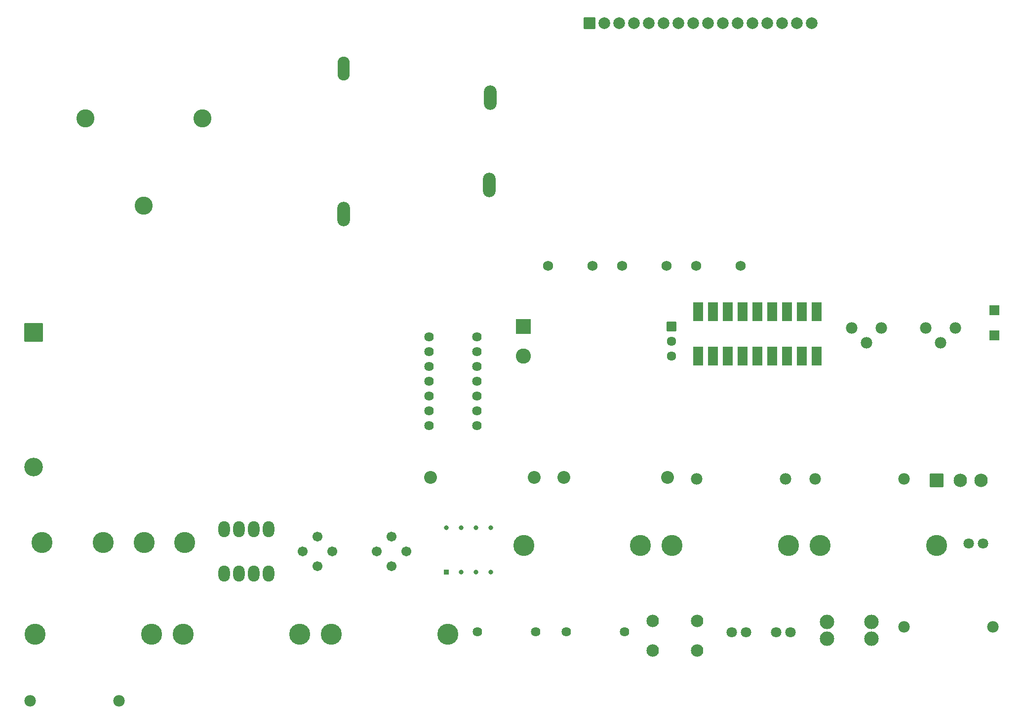
<source format=gbs>
G04 Layer: BottomSolderMaskLayer*
G04 EasyEDA v6.5.37, 2023-12-04 20:02:08*
G04 2e98f3c38e0144009ebeba7f84222000,10*
G04 Gerber Generator version 0.2*
G04 Scale: 100 percent, Rotated: No, Reflected: No *
G04 Dimensions in millimeters *
G04 leading zeros omitted , absolute positions ,4 integer and 5 decimal *
%FSLAX45Y45*%
%MOMM*%

%AMMACRO1*1,1,$1,$2,$3*1,1,$1,$4,$5*1,1,$1,0-$2,0-$3*1,1,$1,0-$4,0-$5*20,1,$1,$2,$3,$4,$5,0*20,1,$1,$4,$5,0-$2,0-$3,0*20,1,$1,0-$2,0-$3,0-$4,0-$5,0*20,1,$1,0-$4,0-$5,$2,$3,0*4,1,4,$2,$3,$4,$5,0-$2,0-$3,0-$4,0-$5,$2,$3,0*%
%ADD10MACRO1,0.2032X-1.5X1.5X1.5X1.5*%
%ADD11C,3.2032*%
%ADD12C,1.6256*%
%ADD13C,1.8032*%
%ADD14C,2.4892*%
%ADD15C,3.6016*%
%ADD16C,1.7272*%
%ADD17C,2.2032*%
%ADD18C,3.1016*%
%ADD19C,2.0032*%
%ADD20MACRO1,0.2032X0.9X-0.9X-0.9X-0.9*%
%ADD21C,1.9812*%
%ADD22C,1.9812*%
%ADD23C,2.1336*%
%ADD24O,2.2031959999999997X4.203192*%
%ADD25O,2.101596X4.101592*%
%ADD26C,1.7016*%
%ADD27MACRO1,0.2032X-0.762X-1.524X-0.762X1.524*%
%ADD28MACRO1,0.1016X-1.1001X1.1001X1.1001X1.1001*%
%ADD29C,2.3016*%
%ADD30R,0.8382X0.8382*%
%ADD31C,0.8382*%
%ADD32MACRO1,0.1016X-0.754X0.754X0.754X0.754*%
%ADD33C,1.6096*%
%ADD34MACRO1,0.1016X-1.2499X1.2499X1.2499X1.2499*%
%ADD35C,2.6015*%
%ADD36O,1.9812X2.7432000000000003*%
%ADD37MACRO1,0.2032X-0.762X0.762X0.762X0.762*%

%LPD*%
D10*
G01*
X5481459Y1587500D03*
D11*
G01*
X5481459Y-723900D03*
D12*
G01*
X13091312Y-3548100D03*
G01*
X14091310Y-3548100D03*
G01*
X14615312Y-3548100D03*
G01*
X15615310Y-3548100D03*
D13*
G01*
X21763222Y-2032000D03*
G01*
X21513286Y-2032000D03*
G01*
X17699222Y-3556000D03*
G01*
X17449286Y-3556000D03*
G01*
X18461222Y-3556000D03*
G01*
X18211286Y-3556000D03*
D14*
G01*
X19083299Y-3670300D03*
G01*
X19083299Y-3378200D03*
G01*
X19845299Y-3670300D03*
G01*
X19845299Y-3378200D03*
D15*
G01*
X5621299Y-2019300D03*
G01*
X6671309Y-2019300D03*
G01*
X7371308Y-2019300D03*
G01*
X8071307Y-2019300D03*
D16*
G01*
X14297657Y2730500D03*
G01*
X15059657Y2730500D03*
G01*
X15567657Y2730500D03*
G01*
X16329657Y2730500D03*
G01*
X16837657Y2730500D03*
G01*
X17599657Y2730500D03*
D17*
G01*
X12289459Y-901700D03*
G01*
X14067459Y-901700D03*
G01*
X14575459Y-901700D03*
G01*
X16353459Y-901700D03*
D18*
G01*
X6371081Y5261355D03*
G01*
X8371077Y5261355D03*
G01*
X7369047Y3762502D03*
D19*
G01*
X18820891Y6899503D03*
G01*
X18566891Y6899503D03*
G01*
X18312891Y6899503D03*
G01*
X18058891Y6899503D03*
G01*
X17804891Y6899503D03*
G01*
X17550891Y6899503D03*
G01*
X17296891Y6899503D03*
G01*
X17042891Y6899503D03*
G01*
X16788891Y6899503D03*
G01*
X16534891Y6899503D03*
G01*
X16280891Y6899503D03*
G01*
X16026891Y6899503D03*
G01*
X15772891Y6899503D03*
G01*
X15518891Y6899503D03*
G01*
X15264891Y6899503D03*
D20*
G01*
X15010892Y6899503D03*
D21*
G01*
X19761299Y1409700D03*
G01*
X20015299Y1663700D03*
G01*
X19507299Y1663700D03*
G01*
X21031299Y1409700D03*
G01*
X21285299Y1663700D03*
G01*
X20777299Y1663700D03*
D22*
G01*
X16850359Y-927100D03*
G01*
X18374359Y-927100D03*
G01*
X18882359Y-927100D03*
G01*
X20406359Y-927100D03*
G01*
X20406359Y-3467100D03*
G01*
X21930359Y-3467100D03*
G01*
X5420359Y-4737100D03*
G01*
X6944359Y-4737100D03*
D15*
G01*
X5501386Y-3594100D03*
G01*
X7501381Y-3594100D03*
G01*
X8041386Y-3594100D03*
G01*
X10041381Y-3594100D03*
G01*
X10581386Y-3594100D03*
G01*
X12581381Y-3594100D03*
G01*
X13883386Y-2070100D03*
G01*
X15883381Y-2070100D03*
G01*
X16423386Y-2070100D03*
G01*
X18423381Y-2070100D03*
G01*
X18963386Y-2070100D03*
G01*
X20963381Y-2070100D03*
D23*
G01*
X16095979Y-3365500D03*
G01*
X16857979Y-3365500D03*
G01*
X16857979Y-3873500D03*
G01*
X16095979Y-3873500D03*
D24*
G01*
X10797313Y3619500D03*
D25*
G01*
X10797313Y6119495D03*
D24*
G01*
X13307316Y5619495D03*
G01*
X13297308Y4119498D03*
D26*
G01*
X10349303Y-2425700D03*
G01*
X10095303Y-2171700D03*
G01*
X10349303Y-1917700D03*
G01*
X10603303Y-2171700D03*
G01*
X11619303Y-2425700D03*
G01*
X11365303Y-2171700D03*
G01*
X11619303Y-1917700D03*
G01*
X11873303Y-2171700D03*
D27*
G01*
X16878300Y1943023D03*
G01*
X17132300Y1943023D03*
G01*
X17386300Y1943023D03*
G01*
X17640300Y1943023D03*
G01*
X17894300Y1943023D03*
G01*
X18148300Y1943023D03*
G01*
X18402300Y1943023D03*
G01*
X18656300Y1943023D03*
G01*
X18910300Y1943023D03*
G01*
X18910300Y1181023D03*
G01*
X18656300Y1181023D03*
G01*
X18402300Y1181023D03*
G01*
X18148300Y1181023D03*
G01*
X17894300Y1181023D03*
G01*
X17640300Y1181023D03*
G01*
X17386300Y1181023D03*
G01*
X17132300Y1181023D03*
G01*
X16878300Y1181023D03*
D28*
G01*
X20967700Y-952500D03*
D29*
G01*
X21374100Y-952500D03*
G01*
X21729700Y-952500D03*
D30*
G01*
X12560300Y-2527300D03*
D31*
G01*
X12814300Y-2527300D03*
G01*
X13068300Y-2527300D03*
G01*
X13322300Y-2527300D03*
G01*
X13068300Y-1765300D03*
G01*
X12814300Y-1765300D03*
G01*
X12560300Y-1765300D03*
G01*
X13322300Y-1765300D03*
D32*
G01*
X16421100Y1689100D03*
D33*
G01*
X16421100Y1435100D03*
G01*
X16421100Y1181100D03*
D34*
G01*
X13881100Y1689100D03*
D35*
G01*
X13881100Y1181100D03*
D12*
G01*
X12260579Y1511300D03*
G01*
X12260579Y1257300D03*
G01*
X12260579Y1003300D03*
G01*
X12260579Y749300D03*
G01*
X12260579Y495300D03*
G01*
X12260579Y241300D03*
G01*
X12260579Y-12700D03*
G01*
X13086079Y1511300D03*
G01*
X13086079Y1257300D03*
G01*
X13086079Y1003300D03*
G01*
X13086079Y749300D03*
G01*
X13086079Y495300D03*
G01*
X13086079Y241300D03*
G01*
X13086079Y-12700D03*
D36*
G01*
X8750300Y-2552700D03*
G01*
X9004300Y-2552700D03*
G01*
X9004300Y-1790700D03*
G01*
X8750300Y-1790700D03*
G01*
X9258300Y-2552700D03*
G01*
X9512300Y-2552700D03*
G01*
X9258300Y-1790700D03*
G01*
X9512300Y-1790700D03*
D37*
G01*
X21958300Y1536700D03*
G01*
X21958300Y1968500D03*
M02*

</source>
